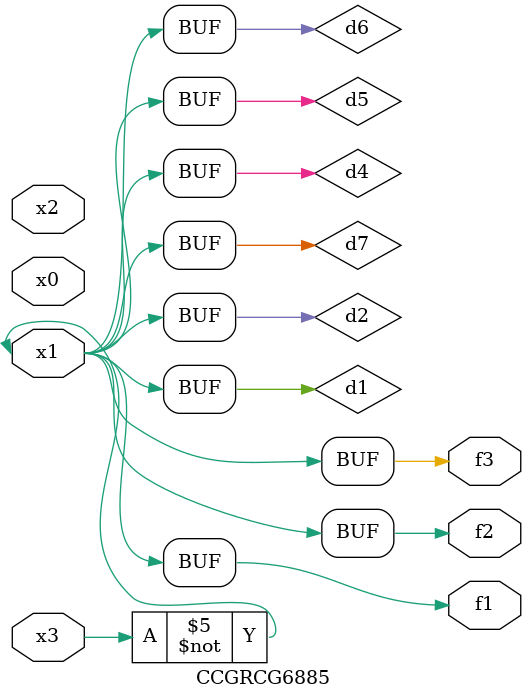
<source format=v>
module CCGRCG6885(
	input x0, x1, x2, x3,
	output f1, f2, f3
);

	wire d1, d2, d3, d4, d5, d6, d7;

	not (d1, x3);
	buf (d2, x1);
	xnor (d3, d1, d2);
	nor (d4, d1);
	buf (d5, d1, d2);
	buf (d6, d4, d5);
	nand (d7, d4);
	assign f1 = d6;
	assign f2 = d7;
	assign f3 = d6;
endmodule

</source>
